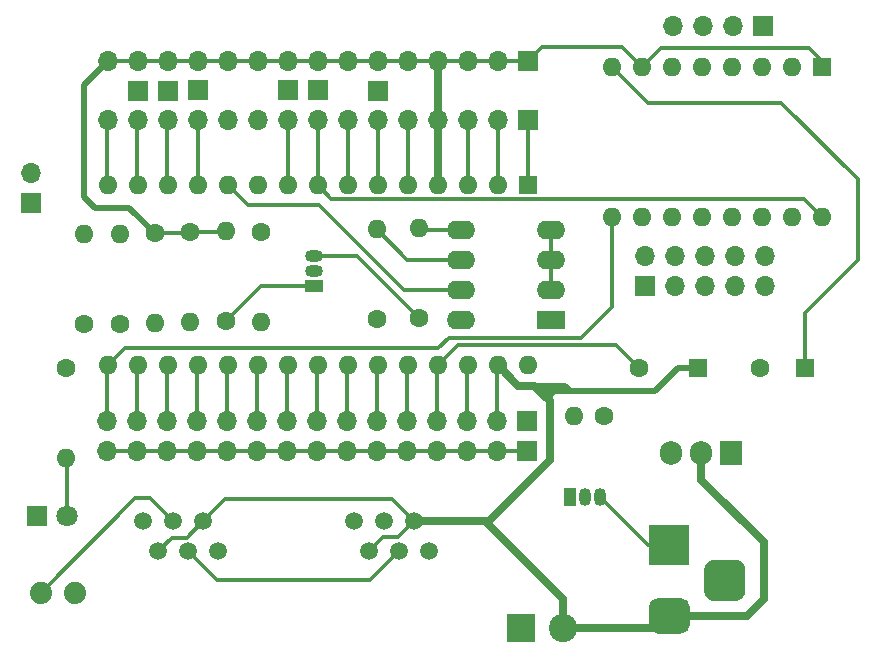
<source format=gbl>
%TF.GenerationSoftware,KiCad,Pcbnew,(5.1.9)-1*%
%TF.CreationDate,2021-11-26T16:09:59-05:00*%
%TF.ProjectId,LN-Stepper_v1b,4c4e2d53-7465-4707-9065-725f7631622e,rev?*%
%TF.SameCoordinates,Original*%
%TF.FileFunction,Copper,L2,Bot*%
%TF.FilePolarity,Positive*%
%FSLAX46Y46*%
G04 Gerber Fmt 4.6, Leading zero omitted, Abs format (unit mm)*
G04 Created by KiCad (PCBNEW (5.1.9)-1) date 2021-11-26 16:09:59*
%MOMM*%
%LPD*%
G01*
G04 APERTURE LIST*
%TA.AperFunction,ComponentPad*%
%ADD10O,1.500000X1.050000*%
%TD*%
%TA.AperFunction,ComponentPad*%
%ADD11R,1.500000X1.050000*%
%TD*%
%TA.AperFunction,ComponentPad*%
%ADD12R,3.500000X3.500000*%
%TD*%
%TA.AperFunction,ComponentPad*%
%ADD13O,1.050000X1.500000*%
%TD*%
%TA.AperFunction,ComponentPad*%
%ADD14R,1.050000X1.500000*%
%TD*%
%TA.AperFunction,ComponentPad*%
%ADD15C,1.498600*%
%TD*%
%TA.AperFunction,ComponentPad*%
%ADD16O,1.600000X1.600000*%
%TD*%
%TA.AperFunction,ComponentPad*%
%ADD17C,1.600000*%
%TD*%
%TA.AperFunction,ComponentPad*%
%ADD18R,1.600000X1.600000*%
%TD*%
%TA.AperFunction,ComponentPad*%
%ADD19C,1.879600*%
%TD*%
%TA.AperFunction,ComponentPad*%
%ADD20R,2.400000X1.600000*%
%TD*%
%TA.AperFunction,ComponentPad*%
%ADD21O,2.400000X1.600000*%
%TD*%
%TA.AperFunction,ComponentPad*%
%ADD22R,1.800000X1.800000*%
%TD*%
%TA.AperFunction,ComponentPad*%
%ADD23C,1.800000*%
%TD*%
%TA.AperFunction,ComponentPad*%
%ADD24O,1.700000X1.700000*%
%TD*%
%TA.AperFunction,ComponentPad*%
%ADD25R,1.700000X1.700000*%
%TD*%
%TA.AperFunction,ComponentPad*%
%ADD26R,1.905000X2.000000*%
%TD*%
%TA.AperFunction,ComponentPad*%
%ADD27O,1.905000X2.000000*%
%TD*%
%TA.AperFunction,ComponentPad*%
%ADD28R,2.400000X2.400000*%
%TD*%
%TA.AperFunction,ComponentPad*%
%ADD29C,2.400000*%
%TD*%
%TA.AperFunction,Conductor*%
%ADD30C,0.350000*%
%TD*%
%TA.AperFunction,Conductor*%
%ADD31C,0.700000*%
%TD*%
%TA.AperFunction,Conductor*%
%ADD32C,0.500000*%
%TD*%
G04 APERTURE END LIST*
D10*
X143500000Y-93730000D03*
X143500000Y-92460000D03*
D11*
X143500000Y-95000000D03*
%TA.AperFunction,ComponentPad*%
G36*
G01*
X179115000Y-121710000D02*
X177365000Y-121710000D01*
G75*
G02*
X176490000Y-120835000I0J875000D01*
G01*
X176490000Y-119085000D01*
G75*
G02*
X177365000Y-118210000I875000J0D01*
G01*
X179115000Y-118210000D01*
G75*
G02*
X179990000Y-119085000I0J-875000D01*
G01*
X179990000Y-120835000D01*
G75*
G02*
X179115000Y-121710000I-875000J0D01*
G01*
G37*
%TD.AperFunction*%
%TA.AperFunction,ComponentPad*%
G36*
G01*
X174540000Y-124460000D02*
X172540000Y-124460000D01*
G75*
G02*
X171790000Y-123710000I0J750000D01*
G01*
X171790000Y-122210000D01*
G75*
G02*
X172540000Y-121460000I750000J0D01*
G01*
X174540000Y-121460000D01*
G75*
G02*
X175290000Y-122210000I0J-750000D01*
G01*
X175290000Y-123710000D01*
G75*
G02*
X174540000Y-124460000I-750000J0D01*
G01*
G37*
%TD.AperFunction*%
D12*
X173540000Y-116960000D03*
D13*
X166370000Y-112880000D03*
X167640000Y-112880000D03*
D14*
X165100000Y-112880000D03*
D15*
X153206000Y-117493600D03*
X146856000Y-114953600D03*
X151936000Y-114953600D03*
X148126000Y-117493600D03*
X149396000Y-114953600D03*
X150666000Y-117493600D03*
D16*
X165460000Y-106000000D03*
D17*
X168000000Y-106000000D03*
D16*
X125980000Y-101740000D03*
X125980000Y-86500000D03*
X161540000Y-101740000D03*
X128520000Y-86500000D03*
X159000000Y-101740000D03*
X131060000Y-86500000D03*
X156460000Y-101740000D03*
X133600000Y-86500000D03*
X153920000Y-101740000D03*
X136140000Y-86500000D03*
X151380000Y-101740000D03*
X138680000Y-86500000D03*
X148840000Y-101740000D03*
X141220000Y-86500000D03*
X146300000Y-101740000D03*
X143760000Y-86500000D03*
X143760000Y-101740000D03*
X146300000Y-86500000D03*
X141220000Y-101740000D03*
X148840000Y-86500000D03*
X138680000Y-101740000D03*
X151380000Y-86500000D03*
X136140000Y-101740000D03*
X153920000Y-86500000D03*
X133600000Y-101740000D03*
X156460000Y-86500000D03*
X131060000Y-101740000D03*
X159000000Y-86500000D03*
X128520000Y-101740000D03*
D18*
X161540000Y-86500000D03*
D15*
X135355000Y-117490000D03*
X129005000Y-114950000D03*
X134085000Y-114950000D03*
X130275000Y-117490000D03*
X131545000Y-114950000D03*
X132815000Y-117490000D03*
D19*
X120322200Y-121000000D03*
X123217800Y-121000000D03*
D20*
X163560000Y-97883200D03*
D21*
X155940000Y-90263200D03*
X163560000Y-95343200D03*
X155940000Y-92803200D03*
X163560000Y-92803200D03*
X155940000Y-95343200D03*
X163560000Y-90263200D03*
X155940000Y-97883200D03*
D22*
X120000000Y-114500000D03*
D23*
X122540000Y-114500000D03*
D24*
X125940000Y-109000000D03*
X128480000Y-109000000D03*
X131020000Y-109000000D03*
X133560000Y-109000000D03*
X136100000Y-109000000D03*
X138640000Y-109000000D03*
X141180000Y-109000000D03*
X143720000Y-109000000D03*
X146260000Y-109000000D03*
X148800000Y-109000000D03*
X151340000Y-109000000D03*
X153880000Y-109000000D03*
X156420000Y-109000000D03*
X158960000Y-109000000D03*
D25*
X161500000Y-109000000D03*
D24*
X125940000Y-106500000D03*
X128480000Y-106500000D03*
X131020000Y-106500000D03*
X133560000Y-106500000D03*
X136100000Y-106500000D03*
X138640000Y-106500000D03*
X141180000Y-106500000D03*
X143720000Y-106500000D03*
X146260000Y-106500000D03*
X148800000Y-106500000D03*
X151340000Y-106500000D03*
X153880000Y-106500000D03*
X156420000Y-106500000D03*
X158960000Y-106500000D03*
D25*
X161500000Y-106500000D03*
X161601600Y-81000000D03*
D24*
X159061600Y-81000000D03*
X156521600Y-81000000D03*
X153981600Y-81000000D03*
X151441600Y-81000000D03*
X148901600Y-81000000D03*
X146361600Y-81000000D03*
X143821600Y-81000000D03*
X141281600Y-81000000D03*
X138741600Y-81000000D03*
X136201600Y-81000000D03*
X133661600Y-81000000D03*
X131121600Y-81000000D03*
X128581600Y-81000000D03*
X126041600Y-81000000D03*
D25*
X161601600Y-75988400D03*
D24*
X159061600Y-75988400D03*
X156521600Y-75988400D03*
X153981600Y-75988400D03*
X151441600Y-75988400D03*
X148901600Y-75988400D03*
X146361600Y-75988400D03*
X143821600Y-75988400D03*
X141281600Y-75988400D03*
X138741600Y-75988400D03*
X136201600Y-75988400D03*
X133661600Y-75988400D03*
X131121600Y-75988400D03*
X128581600Y-75988400D03*
X126041600Y-75988400D03*
D25*
X141296000Y-78477600D03*
X133676000Y-78477600D03*
X131136000Y-78500000D03*
X128596000Y-78503000D03*
X143810600Y-78477600D03*
X148916000Y-78500000D03*
D16*
X136000000Y-90380000D03*
D17*
X136000000Y-98000000D03*
X130000000Y-90568000D03*
D16*
X130000000Y-98188000D03*
X148789000Y-90237800D03*
D17*
X148789000Y-97857800D03*
X133000000Y-90500000D03*
D16*
X133000000Y-98120000D03*
D17*
X124000000Y-98270000D03*
D16*
X124000000Y-90650000D03*
D17*
X139000000Y-90466400D03*
D16*
X139000000Y-98086400D03*
X127000000Y-90610000D03*
D17*
X127000000Y-98230000D03*
X122500000Y-102000000D03*
D16*
X122500000Y-109620000D03*
D18*
X186500000Y-76500000D03*
D16*
X168720000Y-89200000D03*
X183960000Y-76500000D03*
X171260000Y-89200000D03*
X181420000Y-76500000D03*
X173800000Y-89200000D03*
X178880000Y-76500000D03*
X176340000Y-89200000D03*
X176340000Y-76500000D03*
X178880000Y-89200000D03*
X173800000Y-76500000D03*
X181420000Y-89200000D03*
X171260000Y-76500000D03*
X183960000Y-89200000D03*
X168720000Y-76500000D03*
X186500000Y-89200000D03*
D18*
X185000000Y-102000000D03*
D17*
X181200000Y-102000000D03*
D18*
X176000000Y-102000000D03*
D17*
X171000000Y-102000000D03*
D25*
X181500000Y-73000000D03*
D24*
X178960000Y-73000000D03*
X176420000Y-73000000D03*
X173880000Y-73000000D03*
D26*
X178800000Y-109140000D03*
D27*
X176260000Y-109140000D03*
X173720000Y-109140000D03*
D28*
X161000000Y-124000000D03*
D29*
X164500000Y-124000000D03*
D25*
X119500000Y-88000000D03*
D24*
X119500000Y-85460000D03*
D25*
X171500000Y-95000000D03*
D24*
X171500000Y-92460000D03*
X174040000Y-95000000D03*
X174040000Y-92460000D03*
X176580000Y-95000000D03*
X176580000Y-92460000D03*
X179120000Y-95000000D03*
X179120000Y-92460000D03*
X181660000Y-95000000D03*
X181660000Y-92460000D03*
D17*
X152390000Y-97780000D03*
D16*
X152390000Y-90160000D03*
D30*
X130275000Y-117490000D02*
X131415000Y-116350000D01*
X132685000Y-116350000D02*
X134085000Y-114950000D01*
X131415000Y-116350000D02*
X132685000Y-116350000D01*
X148126000Y-117493600D02*
X149339600Y-116280000D01*
X150609600Y-116280000D02*
X151936000Y-114953600D01*
X149339600Y-116280000D02*
X150609600Y-116280000D01*
X134085000Y-114950000D02*
X135957000Y-113078000D01*
X150060400Y-113078000D02*
X151936000Y-114953600D01*
X140156800Y-113027200D02*
X140106000Y-113078000D01*
X140106000Y-113078000D02*
X150060400Y-113078000D01*
X135957000Y-113078000D02*
X140106000Y-113078000D01*
X158960000Y-101780000D02*
X159000000Y-101740000D01*
X158960000Y-106500000D02*
X158960000Y-101780000D01*
X161387400Y-75988400D02*
X125827400Y-75988400D01*
D31*
X153920000Y-86500000D02*
X153920000Y-81040000D01*
X151936000Y-114953600D02*
X157953600Y-114953600D01*
X164500000Y-121500000D02*
X164500000Y-124000000D01*
X172500000Y-124000000D02*
X173540000Y-122960000D01*
X164500000Y-124000000D02*
X172500000Y-124000000D01*
D30*
X163560000Y-90263200D02*
X163560000Y-92803200D01*
X163560000Y-95343200D02*
X163560000Y-92803200D01*
X161601600Y-75988400D02*
X162790000Y-74800000D01*
X169560000Y-74800000D02*
X171260000Y-76500000D01*
X162790000Y-74800000D02*
X169560000Y-74800000D01*
X186500000Y-76500000D02*
X186500000Y-76000000D01*
X186500000Y-76000000D02*
X185400000Y-74900000D01*
X172860000Y-74900000D02*
X171260000Y-76500000D01*
X185400000Y-74900000D02*
X172860000Y-74900000D01*
X157953600Y-114921402D02*
X157953600Y-114953600D01*
D32*
X130000000Y-90568000D02*
X127832000Y-88400000D01*
X127832000Y-88400000D02*
X124900000Y-88400000D01*
X124900000Y-88400000D02*
X124000000Y-87500000D01*
X124000000Y-78030000D02*
X126041600Y-75988400D01*
X124000000Y-87500000D02*
X124000000Y-78030000D01*
D30*
X132932000Y-90568000D02*
X133000000Y-90500000D01*
X130000000Y-90568000D02*
X132932000Y-90568000D01*
X135880000Y-90500000D02*
X136000000Y-90380000D01*
X133000000Y-90500000D02*
X135880000Y-90500000D01*
D31*
X163400000Y-109790002D02*
X158250000Y-114940002D01*
X163400000Y-104800000D02*
X163400000Y-109790002D01*
X160760000Y-103500000D02*
X162100000Y-103500000D01*
X159000000Y-101740000D02*
X160760000Y-103500000D01*
X158250000Y-115250000D02*
X164500000Y-121500000D01*
X158250000Y-114940002D02*
X158250000Y-115250000D01*
X157953600Y-114953600D02*
X158250000Y-115250000D01*
X153981600Y-81000000D02*
X153981600Y-75988400D01*
D30*
X139000000Y-95000000D02*
X136000000Y-98000000D01*
X143500000Y-95000000D02*
X139000000Y-95000000D01*
X137840000Y-88200000D02*
X136140000Y-86500000D01*
X143900000Y-88200000D02*
X137840000Y-88200000D01*
X151043200Y-95343200D02*
X143900000Y-88200000D01*
X155940000Y-95343200D02*
X151043200Y-95343200D01*
X139000000Y-86820000D02*
X138680000Y-86500000D01*
X148814400Y-97883200D02*
X148789000Y-97857800D01*
X132815000Y-117490000D02*
X135261000Y-119936000D01*
X148223600Y-119936000D02*
X150666000Y-117493600D01*
X135261000Y-119936000D02*
X148223600Y-119936000D01*
X131545000Y-114950000D02*
X129595000Y-113000000D01*
X128322200Y-113000000D02*
X120322200Y-121000000D01*
X129595000Y-113000000D02*
X128322200Y-113000000D01*
X147070000Y-92460000D02*
X152390000Y-97780000D01*
X143510000Y-92460000D02*
X147070000Y-92460000D01*
X152493200Y-90263200D02*
X152390000Y-90160000D01*
X155940000Y-90263200D02*
X152493200Y-90263200D01*
X151354400Y-92803200D02*
X148789000Y-90237800D01*
X155940000Y-92803200D02*
X151354400Y-92803200D01*
X122540000Y-109660000D02*
X122500000Y-109620000D01*
X122540000Y-114500000D02*
X122540000Y-109660000D01*
X161500000Y-109000000D02*
X125940000Y-109000000D01*
X138680000Y-81040000D02*
X138640000Y-81000000D01*
X125940000Y-101780000D02*
X125980000Y-101740000D01*
X125940000Y-106500000D02*
X125940000Y-101780000D01*
X168720000Y-96780000D02*
X168720000Y-89200000D01*
X166100000Y-99400000D02*
X168720000Y-96780000D01*
X154900000Y-99400000D02*
X166100000Y-99400000D01*
X154000000Y-100300000D02*
X154900000Y-99400000D01*
X127420000Y-100300000D02*
X154000000Y-100300000D01*
X125980000Y-101740000D02*
X127420000Y-100300000D01*
D31*
X153880000Y-101780000D02*
X153920000Y-101740000D01*
D30*
X153880000Y-106500000D02*
X153880000Y-101780000D01*
X153920000Y-101740000D02*
X155660000Y-100000000D01*
X169000000Y-100000000D02*
X171000000Y-102000000D01*
X155660000Y-100000000D02*
X169000000Y-100000000D01*
X146300000Y-81040000D02*
X146260000Y-81000000D01*
X146300000Y-86500000D02*
X146300000Y-81040000D01*
X171720000Y-116960000D02*
X167640000Y-112880000D01*
X173540000Y-116960000D02*
X171720000Y-116960000D01*
X185000000Y-102000000D02*
X185000000Y-97300000D01*
X185000000Y-97300000D02*
X189500000Y-92800000D01*
X189500000Y-92800000D02*
X189500000Y-86000000D01*
X189500000Y-86000000D02*
X183000000Y-79500000D01*
X171720000Y-79500000D02*
X168720000Y-76500000D01*
X183000000Y-79500000D02*
X171720000Y-79500000D01*
X143760000Y-81040000D02*
X143720000Y-81000000D01*
X143760000Y-86500000D02*
X143760000Y-81040000D01*
X184975001Y-87675001D02*
X186500000Y-89200000D01*
X144935001Y-87675001D02*
X184975001Y-87675001D01*
X143760000Y-86500000D02*
X144935001Y-87675001D01*
D32*
X176000000Y-102000000D02*
X174280000Y-102000000D01*
X174280000Y-102000000D02*
X172355000Y-103925000D01*
D31*
X162525000Y-103925000D02*
X163400000Y-104800000D01*
X162100000Y-103500000D02*
X162525000Y-103925000D01*
D32*
X163400000Y-104290000D02*
X163765000Y-103925000D01*
X163400000Y-104800000D02*
X163400000Y-104290000D01*
X163765000Y-103925000D02*
X162525000Y-103925000D01*
X164730000Y-103500000D02*
X165155000Y-103925000D01*
X162100000Y-103500000D02*
X164730000Y-103500000D01*
X165155000Y-103925000D02*
X163765000Y-103925000D01*
X172355000Y-103925000D02*
X165155000Y-103925000D01*
D31*
X173540000Y-122960000D02*
X180120000Y-122960000D01*
X180120000Y-122960000D02*
X181560000Y-121520000D01*
X181560000Y-121520000D02*
X181560000Y-116730000D01*
X176260000Y-111430000D02*
X176260000Y-109140000D01*
X181560000Y-116730000D02*
X176260000Y-111430000D01*
D30*
X125940000Y-86460000D02*
X125980000Y-86500000D01*
X125940000Y-81000000D02*
X125940000Y-86460000D01*
X161500000Y-101780000D02*
X161540000Y-101740000D01*
X128480000Y-86460000D02*
X128520000Y-86500000D01*
X128480000Y-81000000D02*
X128480000Y-86460000D01*
X131020000Y-86460000D02*
X131060000Y-86500000D01*
X131020000Y-81000000D02*
X131020000Y-86460000D01*
X156420000Y-101780000D02*
X156460000Y-101740000D01*
X156420000Y-106500000D02*
X156420000Y-101780000D01*
X133600000Y-81040000D02*
X133560000Y-81000000D01*
X133600000Y-86500000D02*
X133600000Y-81040000D01*
X151340000Y-101780000D02*
X151380000Y-101740000D01*
X151340000Y-106500000D02*
X151340000Y-101780000D01*
X148800000Y-101780000D02*
X148840000Y-101740000D01*
X148800000Y-106500000D02*
X148800000Y-101780000D01*
X141220000Y-81061600D02*
X141281600Y-81000000D01*
X141220000Y-86500000D02*
X141220000Y-81061600D01*
X146260000Y-101780000D02*
X146300000Y-101740000D01*
X146260000Y-106500000D02*
X146260000Y-101780000D01*
X143720000Y-101780000D02*
X143760000Y-101740000D01*
X143720000Y-106500000D02*
X143720000Y-101780000D01*
X141180000Y-101780000D02*
X141220000Y-101740000D01*
X141180000Y-106500000D02*
X141180000Y-101780000D01*
X148840000Y-81040000D02*
X148800000Y-81000000D01*
X148840000Y-86500000D02*
X148840000Y-81040000D01*
X138640000Y-101780000D02*
X138680000Y-101740000D01*
X138640000Y-106500000D02*
X138640000Y-101780000D01*
X151380000Y-81040000D02*
X151340000Y-81000000D01*
X151380000Y-86500000D02*
X151380000Y-81040000D01*
X136100000Y-101780000D02*
X136140000Y-101740000D01*
X136100000Y-106500000D02*
X136100000Y-101780000D01*
X133560000Y-101780000D02*
X133600000Y-101740000D01*
X133560000Y-106500000D02*
X133560000Y-101780000D01*
X156460000Y-81040000D02*
X156420000Y-81000000D01*
X156460000Y-86500000D02*
X156460000Y-81040000D01*
X131020000Y-101780000D02*
X131060000Y-101740000D01*
X131020000Y-106500000D02*
X131020000Y-101780000D01*
X159000000Y-81040000D02*
X158960000Y-81000000D01*
X159000000Y-86500000D02*
X159000000Y-81040000D01*
X128480000Y-101780000D02*
X128520000Y-101740000D01*
X128480000Y-106500000D02*
X128480000Y-101780000D01*
X161540000Y-81040000D02*
X161500000Y-81000000D01*
X161540000Y-86500000D02*
X161540000Y-81040000D01*
M02*

</source>
